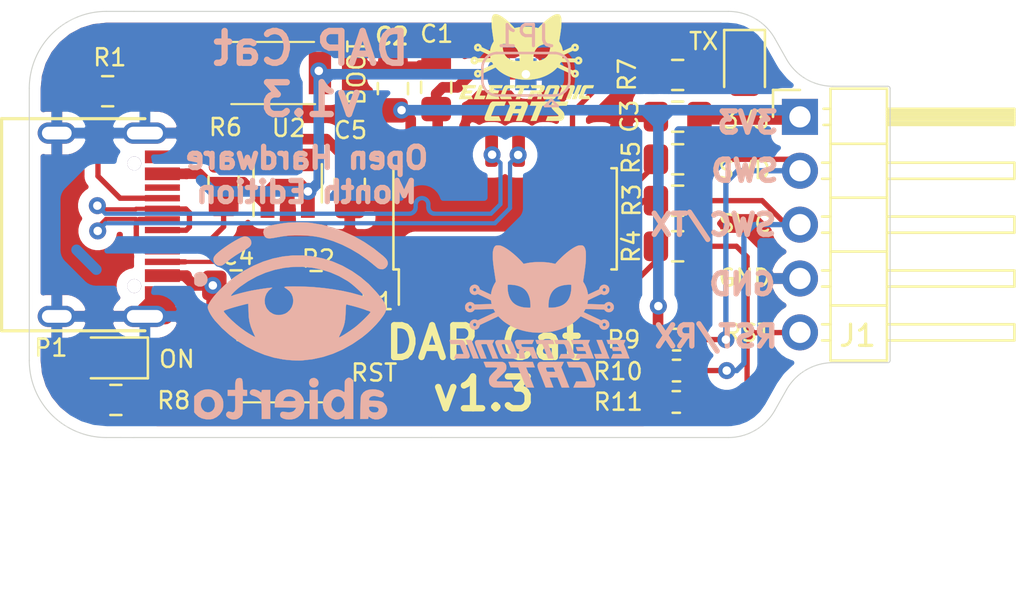
<source format=kicad_pcb>
(kicad_pcb (version 20211014) (generator pcbnew)
  (title_block (title "CMSIS DAP Cat") (date "2020-08-08") (rev "1.0") (company "Electronic Cats") (comment 1 "Ricardo Mena C rgacort12@gmail.com") (comment 2 "Felipe Islas") (comment 3 "Eduaro Wero") (comment 4 "Andres Sabas"))
  (layers (0 "F.Cu" signal) (31 "B.Cu" signal) (34 "B.Paste" user) (35 "F.Paste" user) (36 "B.SilkS" user "B.Silkscreen") (37 "F.SilkS" user "F.Silkscreen") (38 "B.Mask" user) (39 "F.Mask" user) (44 "Edge.Cuts" user))
  (net 0 "")
  (net 1 "GND")
  (net 2 "+5V")
  (net 3 "+3V3")
  (net 4 "Net-(D1-Pad2)")
  (net 5 "Net-(D2-Pad2)")
  (net 6 "/RESET")
  (net 7 "/SWCLK")
  (net 8 "/SWDIO")
  (net 9 "Net-(P1-PadB5)")
  (net 10 "/D+")
  (net 11 "/D-")
  (net 12 "Net-(P1-PadA5)")
  (net 13 "Net-(R3-Pad2)")
  (net 14 "Net-(R4-Pad2)")
  (net 15 "Net-(R5-Pad2)")
  (net 16 "Net-(R6-Pad2)")
  (net 17 "/LED")
  (net 18 "/RST")
  (net 19 "Net-(U1-Pad11)")
  (net 20 "Net-(U1-Pad9)")
  (net 21 "Net-(U1-Pad5)")
  (net 22 "Net-(U1-Pad4)")
  (net 23 "Net-(U1-Pad3)")
  (net 24 "Net-(U1-Pad2)")
  (net 25 "Net-(U2-Pad4)")
  (net 26 "Net-(C1-Pad1)")
  (footprint "Resistor_SMD:R_0805_2012Metric_Pad1.15x1.40mm_HandSolder" (layer "F.Cu") (at 140.462 70.6882 90)
    (fp_text reference "R6" (at 2.5882 0.088 180) (layer "F.SilkS") (effects (font (size 0.8 0.8) (thickness 0.12))))
    (fp_text value "20K")
    (pad "1" smd roundrect locked (at -1.025 0 90) (size 1.15 1.4) (layers "F.Cu" "F.Paste" "F.Mask") (roundrect_rratio 0.217391) (net 10 "/D+"))
    (pad "2" smd roundrect locked (at 1.025 0 90) (size 1.15 1.4) (layers "F.Cu" "F.Paste" "F.Mask") (roundrect_rratio 0.217391) (net 16 "Net-(R6-Pad2)"))
  )
  (footprint "Resistor_SMD:R_0805_2012Metric_Pad1.15x1.40mm_HandSolder" (layer "F.Cu") (at 161.85 73.7108 180)
    (fp_text reference "R4" (at 2.19 -0.0092 90) (layer "F.SilkS") (effects (font (size 0.8 0.8) (thickness 0.12))))
    (fp_text value "150")
    (pad "1" smd roundrect locked (at -1.025 0 180) (size 1.15 1.4) (layers "F.Cu" "F.Paste" "F.Mask") (roundrect_rratio 0.217391) (net 6 "/RESET"))
    (pad "2" smd roundrect locked (at 1.025 0 180) (size 1.15 1.4) (layers "F.Cu" "F.Paste" "F.Mask") (roundrect_rratio 0.217391) (net 14 "Net-(R4-Pad2)"))
  )
  (footprint "LED_SMD:LED_0805_2012Metric" (layer "F.Cu") (at 135.20928 78.97368 180)
    (fp_text reference "ON" (at -3.05072 -0.05632) (layer "F.SilkS") (effects (font (size 0.8 0.8) (thickness 0.12))))
    (fp_text value "LED")
    (pad "1" smd roundrect locked (at -0.9375 0 180) (size 0.975 1.4) (layers "F.Cu" "F.Paste" "F.Mask") (net 1 "GND"))
    (pad "2" smd roundrect locked (at 0.9375 0 180) (size 0.975 1.4) (layers "F.Cu" "F.Paste" "F.Mask") (net 5 "Net-(D2-Pad2)"))
  )
  (footprint "Resistor_SMD:R_0805_2012Metric_Pad1.15x1.40mm_HandSolder" (layer "F.Cu") (at 161.85 65.6336 180)
    (fp_text reference "R7" (at 2.38 0.0136 90) (layer "F.SilkS") (effects (font (size 0.8 0.8) (thickness 0.12))))
    (fp_text value "1K")
    (pad "1" smd roundrect locked (at -1.025 0 180) (size 1.15 1.4) (layers "F.Cu" "F.Paste" "F.Mask") (roundrect_rratio 0.217391) (net 4 "Net-(D1-Pad2)"))
    (pad "2" smd roundrect locked (at 1.025 0 180) (size 1.15 1.4) (layers "F.Cu" "F.Paste" "F.Mask") (roundrect_rratio 0.217391) (net 17 "/LED"))
  )
  (footprint "Resistor_SMD:R_0805_2012Metric_Pad1.15x1.40mm_HandSolder" (layer "F.Cu") (at 135.38708 80.95488)
    (fp_text reference "R8" (at 2.72542 0.0254) (layer "F.SilkS") (effects (font (size 0.8 0.8) (thickness 0.12))))
    (fp_text value "1K")
    (pad "1" smd roundrect locked (at -1.025 0) (size 1.15 1.4) (layers "F.Cu" "F.Paste" "F.Mask") (roundrect_rratio 0.217391) (net 5 "Net-(D2-Pad2)"))
    (pad "2" smd roundrect locked (at 1.025 0) (size 1.15 1.4) (layers "F.Cu" "F.Paste" "F.Mask") (roundrect_rratio 0.217391) (net 2 "+5V"))
  )
  (footprint "Resistor_SMD:R_0805_2012Metric_Pad1.15x1.40mm_HandSolder" (layer "F.Cu") (at 135 66.4 180)
    (fp_text reference "R1" (at -0.1 1.59) (layer "F.SilkS") (effects (font (size 0.8 0.8) (thickness 0.12))))
    (fp_text value "5.1K")
    (pad "1" smd roundrect locked (at -1.025 0 180) (size 1.15 1.4) (layers "F.Cu" "F.Paste" "F.Mask") (roundrect_rratio 0.217391) (net 1 "GND"))
    (pad "2" smd roundrect locked (at 1.025 0 180) (size 1.15 1.4) (layers "F.Cu" "F.Paste" "F.Mask") (roundrect_rratio 0.217391) (net 12 "Net-(P1-PadA5)"))
  )
  (footprint "Capacitor_SMD:C_0805_2012Metric_Pad1.15x1.40mm_HandSolder" (layer "F.Cu") (at 146.4056 70.7898 -90)
    (fp_text reference "C5" (at -2.5498 -0.0344 180) (layer "F.SilkS") (effects (font (size 0.8 0.8) (thickness 0.12))))
    (fp_text value "1uF")
    (pad "1" smd roundrect locked (at -1.025 0 270) (size 1.15 1.4) (layers "F.Cu" "F.Paste" "F.Mask") (roundrect_rratio 0.217391) (net 3 "+3V3"))
    (pad "2" smd roundrect locked (at 1.025 0 270) (size 1.15 1.4) (layers "F.Cu" "F.Paste" "F.Mask") (roundrect_rratio 0.217391) (net 1 "GND"))
  )
  (footprint "LED_SMD:LED_0805_2012Metric" (layer "F.Cu") (at 165 65.2 -90)
    (fp_text reference "TX" (at -1.15 1.925 180) (layer "F.SilkS") (effects (font (size 0.8 0.8) (thickness 0.12))))
    (fp_text value "LED")
    (pad "1" smd roundrect locked (at -0.9375 0 270) (size 0.975 1.4) (layers "F.Cu" "F.Paste" "F.Mask") (net 1 "GND"))
    (pad "2" smd roundrect locked (at 0.9375 0 270) (size 0.975 1.4) (layers "F.Cu" "F.Paste" "F.Mask") (net 4 "Net-(D1-Pad2)"))
  )
  (footprint "Resistor_SMD:R_0805_2012Metric_Pad1.15x1.40mm_HandSolder" (layer "F.Cu") (at 161.85 71.56 180)
    (fp_text reference "R3" (at 2.16 0.02 90) (layer "F.SilkS") (effects (font (size 0.8 0.8) (thickness 0.12))))
    (fp_text value "150")
    (pad "1" smd roundrect locked (at -1.025 0 180) (size 1.15 1.4) (layers "F.Cu" "F.Paste" "F.Mask") (roundrect_rratio 0.217391) (net 7 "/SWCLK"))
    (pad "2" smd roundrect locked (at 1.025 0 180) (size 1.15 1.4) (layers "F.Cu" "F.Paste" "F.Mask") (roundrect_rratio 0.217391) (net 13 "Net-(R3-Pad2)"))
  )
  (footprint "Capacitor_SMD:C_0805_2012Metric_Pad1.15x1.40mm_HandSolder" (layer "F.Cu") (at 141.04874 75.55484)
    (fp_text reference "C4" (at 0.07626 -1.37984) (layer "F.SilkS") (effects (font (size 0.8 0.8) (thickness 0.12))))
    (fp_text value "1uF")
    (pad "1" smd roundrect locked (at -1.025 0) (size 1.15 1.4) (layers "F.Cu" "F.Paste" "F.Mask") (roundrect_rratio 0.217391) (net 2 "+5V"))
    (pad "2" smd roundrect locked (at 1.025 0) (size 1.15 1.4) (layers "F.Cu" "F.Paste" "F.Mask") (roundrect_rratio 0.217391) (net 1 "GND"))
  )
  (footprint "Connectors:C393939" (layer "F.Cu") (at 136.7536 72.6948 -90)
    (fp_text reference "P1" (at 5.8039 4.42722 180) (layer "F.SilkS") (effects (font (size 0.8 0.8) (thickness 0.12))))
    (fp_text value "USB_C_Plug_USB2.0")
    (pad "" thru_hole circle locked (at 2.89 0.5 270) (size 0.65 0.65) (drill 0.65) (layers *.Cu *.Mask))
    (pad "" thru_hole circle locked (at -2.89 0.5 270) (size 0.65 0.65) (drill 0.65) (layers *.Cu *.Mask))
    (pad "A1" smd rect locked (at -3.2 -0.825 270) (size 0.6 1.65) (layers "F.Cu" "F.Paste" "F.Mask") (net 1 "GND"))
    (pad "A1" smd rect locked (at 3.2 -0.825 270) (size 0.6 1.65) (layers "F.Cu" "F.Paste" "F.Mask") (net 1 "GND"))
    (pad "A4" smd rect locked (at -2.4 -0.825 270) (size 0.6 1.65) (layers "F.Cu" "F.Paste" "F.Mask") (net 2 "+5V"))
    (pad "A4" smd rect locked (at 2.4 -0.825 270) (size 0.6 1.65) (layers "F.Cu" "F.Paste" "F.Mask") (net 2 "+5V"))
    (pad "A5" smd rect locked (at -1.25 -0.825 270) (size 0.3 1.65) (layers "F.Cu" "F.Paste" "F.Mask") (net 12 "Net-(P1-PadA5)"))
    (pad "A6" smd rect locked (at 0.75 -0.825 270) (size 0.3 1.65) (layers "F.Cu" "F.Paste" "F.Mask") (net 10 "/D+"))
    (pad "A6" smd rect locked (at -0.25 -0.825 270) (size 0.3 1.65) (layers "F.Cu" "F.Paste" "F.Mask") (net 10 "/D+"))
    (pad "A7" smd rect locked (at -0.75 -0.825 270) (size 0.3 1.65) (layers "F.Cu" "F.Paste" "F.Mask") (net 11 "/D-"))
    (pad "A7" smd rect locked (at 0.25 -0.825 270) (size 0.3 1.65) (layers "F.Cu" "F.Paste" "F.Mask") (net 11 "/D-"))
    (pad "A8" smd rect locked (at -1.75 -0.825 270) (size 0.3 1.65) (layers "F.Cu" "F.Paste" "F.Mask"))
    (pad "B5" smd rect locked (at 1.75 -0.825 270) (size 0.3 1.65) (layers "F.Cu" "F.Paste" "F.Mask") (net 9 "Net-(P1-PadB5)"))
    (pad "B8" smd rect locked (at 1.25 -0.825 270) (size 0.3 1.65) (layers "F.Cu" "F.Paste" "F.Mask"))
    (pad "S1" thru_hole oval locked (at 4.32 0 270) (size 1 2.1) (drill oval 0.6 1.7) (layers *.Cu *.Mask) (net 1 "GND"))
    (pad "S1" thru_hole oval locked (at 4.32 4.15 270) (size 1 1.8) (drill oval 0.6 1.4) (layers *.Cu *.Mask) (net 1 "GND"))
    (pad "S1" thru_hole oval locked (at -4.32 0 270) (size 1 2.1) (drill oval 0.6 1.7) (layers *.Cu *.Mask) (net 1 "GND"))
    (pad "S1" thru_hole oval locked (at -4.32 4.15 270) (size 1 1.8) (drill oval 0.6 1.4) (layers *.Cu *.Mask) (net 1 "GND"))
  )
  (footprint "Resistor_SMD:R_0805_2012Metric_Pad1.15x1.40mm_HandSolder" (layer "F.Cu") (at 144.8181 75.58786)
    (fp_text reference "R2" (at 0.1069 -1.28786) (layer "F.SilkS") (effects (font (size 0.8 0.8) (thickness 0.12))))
    (fp_text value "5.1K")
    (pad "1" smd roundrect locked (at -1.025 0) (size 1.15 1.4) (layers "F.Cu" "F.Paste" "F.Mask") (roundrect_rratio 0.217391) (net 1 "GND"))
    (pad "2" smd roundrect locked (at 1.025 0) (size 1.15 1.4) (layers "F.Cu" "F.Paste" "F.Mask") (roundrect_rratio 0.217391) (net 9 "Net-(P1-PadB5)"))
  )
  (footprint "Aesthetics:electronic_cats_logo_4x3" (layer "F.Cu") (at 154.72664 65.28562)
    (fp_text reference "G***" hide)
    (fp_text value "LOGO" hide)
  )
  (footprint "Capacitor_SMD:C_0805_2012Metric_Pad1.15x1.40mm_HandSolder" (layer "F.Cu") (at 150.47468 66.2178 90)
    (fp_text reference "C1" (at 2.5146 0.0254 180) (layer "F.SilkS") (effects (font (size 0.8 0.8) (thickness 0.12))))
    (fp_text value "0.1uF")
    (pad "1" smd roundrect locked (at -1.025 0 90) (size 1.15 1.4) (layers "F.Cu" "F.Paste" "F.Mask") (roundrect_rratio 0.217391) (net 26 "Net-(C1-Pad1)"))
    (pad "2" smd roundrect locked (at 1.025 0 90) (size 1.15 1.4) (layers "F.Cu" "F.Paste" "F.Mask") (roundrect_rratio 0.217391) (net 1 "GND"))
  )
  (footprint "Capacitor_SMD:C_0805_2012Metric_Pad1.15x1.40mm_HandSolder" (layer "F.Cu") (at 148.4376 66.27738 90)
    (fp_text reference "C2" (at 2.4638 -0.0508 180) (layer "F.SilkS") (effects (font (size 0.8 0.8))))
    (fp_text value "0.1uF")
    (pad "1" smd roundrect locked (at -1.025 0 90) (size 1.15 1.4) (layers "F.Cu" "F.Paste" "F.Mask") (roundrect_rratio 0.217391) (net 3 "+3V3"))
    (pad "2" smd roundrect locked (at 1.025 0 90) (size 1.15 1.4) (layers "F.Cu" "F.Paste" "F.Mask") (roundrect_rratio 0.217391) (net 1 "GND"))
  )
  (footprint "Package_SO:SOP-16_4.55x10.3mm_P1.27mm" (layer "F.Cu") (at 153.7208 72.4154 90)
    (fp_text reference "U1" (at -3.89382 -6.04266 180) (layer "F.SilkS") (effects (font (size 0.8 0.8) (thickness 0.12))))
    (fp_text value "CH552G")
    (pad "1" smd roundrect locked (at -3.25 -4.445 90) (size 1.6 0.6) (layers "F.Cu" "F.Paste" "F.Mask") (net 15 "Net-(R5-Pad2)"))
    (pad "2" smd roundrect locked (at -3.25 -3.175 90) (size 1.6 0.6) (layers "F.Cu" "F.Paste" "F.Mask") (net 24 "Net-(U1-Pad2)"))
    (pad "3" smd roundrect locked (at -3.25 -1.905 90) (size 1.6 0.6) (layers "F.Cu" "F.Paste" "F.Mask") (net 23 "Net-(U1-Pad3)"))
    (pad "4" smd roundrect locked (at -3.25 -0.635 90) (size 1.6 0.6) (layers "F.Cu" "F.Paste" "F.Mask") (net 22 "Net-(U1-Pad4)"))
    (pad "5" smd roundrect locked (at -3.25 0.635 90) (size 1.6 0.6) (layers "F.Cu" "F.Paste" "F.Mask") (net 21 "Net-(U1-Pad5)"))
    (pad "6" smd roundrect locked (at -3.25 1.905 90) (size 1.6 0.6) (layers "F.Cu" "F.Paste" "F.Mask") (net 18 "/RST"))
    (pad "7" smd roundrect locked (at -3.25 3.175 90) (size 1.6 0.6) (layers "F.Cu" "F.Paste" "F.Mask") (net 13 "Net-(R3-Pad2)"))
    (pad "8" smd roundrect locked (at -3.25 4.445 90) (size 1.6 0.6) (layers "F.Cu" "F.Paste" "F.Mask") (net 14 "Net-(R4-Pad2)"))
    (pad "9" smd roundrect locked (at 3.25 4.445 90) (size 1.6 0.6) (layers "F.Cu" "F.Paste" "F.Mask") (net 20 "Net-(U1-Pad9)"))
    (pad "10" smd roundrect locked (at 3.25 3.175 90) (size 1.6 0.6) (layers "F.Cu" "F.Paste" "F.Mask") (net 17 "/LED"))
    (pad "11" smd roundrect locked (at 3.25 1.905 90) (size 1.6 0.6) (layers "F.Cu" "F.Paste" "F.Mask") (net 19 "Net-(U1-Pad11)"))
    (pad "12" smd roundrect locked (at 3.25 0.635 90) (size 1.6 0.6) (layers "F.Cu" "F.Paste" "F.Mask") (net 10 "/D+"))
    (pad "13" smd roundrect locked (at 3.25 -0.635 90) (size 1.6 0.6) (layers "F.Cu" "F.Paste" "F.Mask") (net 11 "/D-"))
    (pad "14" smd roundrect locked (at 3.25 -1.905 90) (size 1.6 0.6) (layers "F.Cu" "F.Paste" "F.Mask") (net 1 "GND"))
    (pad "15" smd roundrect locked (at 3.25 -3.175 90) (size 1.6 0.6) (layers "F.Cu" "F.Paste" "F.Mask") (net 26 "Net-(C1-Pad1)"))
    (pad "16" smd roundrect locked (at 3.25 -4.445 90) (size 1.6 0.6) (layers "F.Cu" "F.Paste" "F.Mask") (net 3 "+3V3"))
  )
  (footprint "KiCad:TS1088R02026" (layer "F.Cu") (at 143.10868 79.6036)
    (fp_text reference "RST" (at 4.44132 0.0714) (layer "F.SilkS") (effects (font (size 0.8 0.8) (thickness 0.12))))
    (fp_text value "RST" hide)
    (pad "1" smd rect locked (at -2.225 0) (size 1.05 2) (layers "F.Cu" "F.Paste" "F.Mask") (net 2 "+5V"))
    (pad "2" smd rect locked (at 2.225 0) (size 1.05 2) (layers "F.Cu" "F.Paste" "F.Mask") (net 18 "/RST"))
  )
  (footprint "KiCad:TS1088R02026" (layer "F.Cu") (at 142.7734 65.54216 180)
    (fp_text reference "BOOT" (at -3.9516 0.01716 90) (layer "F.SilkS") (effects (font (size 0.8 0.8) (thickness 0.12))))
    (fp_text value "BOOT" hide)
    (pad "1" smd rect locked (at -2.225 0 180) (size 1.05 2) (layers "F.Cu" "F.Paste" "F.Mask") (net 2 "+5V"))
    (pad "2" smd rect locked (at 2.225 0 180) (size 1.05 2) (layers "F.Cu" "F.Paste" "F.Mask") (net 16 "Net-(R6-Pad2)"))
  )
  (footprint "Resistor_SMD:R_0603_1608Metric_Pad1.05x0.95mm_HandSolder" (layer "F.Cu") (at 161.785 81.05 180)
    (fp_text reference "R11" (at 2.735 0) (layer "F.SilkS") (effects (font (size 0.8 0.8) (thickness 0.12))))
    (fp_text value "70")
    (pad "1" smd roundrect locked (at -0.875 0 180) (size 1.05 0.95) (layers "F.Cu" "F.Paste" "F.Mask") (net 6 "/RESET"))
    (pad "2" smd roundrect locked (at 0.875 0 180) (size 1.05 0.95) (layers "F.Cu" "F.Paste" "F.Mask") (net 3 "+3V3"))
  )
  (footprint "Package_TO_SOT_SMD:SOT-23-5" (layer "F.Cu") (at 143.48 70.74 90)
    (fp_text reference "U2" (at 2.6 0.05 180) (layer "F.SilkS") (effects (font (size 0.8 0.8) (thickness 0.12))))
    (fp_text value "AP2112K-3.3")
    (pad "1" smd rect locked (at -1.1 -0.95 90) (size 1.06 0.65) (layers "F.Cu" "F.Paste" "F.Mask") (net 2 "+5V"))
    (pad "2" smd rect locked (at -1.1 0 90) (size 1.06 0.65) (layers "F.Cu" "F.Paste" "F.Mask") (net 1 "GND"))
    (pad "3" smd rect locked (at -1.1 0.95 90) (size 1.06 0.65) (layers "F.Cu" "F.Paste" "F.Mask") (net 2 "+5V"))
    (pad "4" smd rect locked (at 1.1 0.95 90) (size 1.06 0.65) (layers "F.Cu" "F.Paste" "F.Mask") (net 25 "Net-(U2-Pad4)"))
    (pad "5" smd rect locked (at 1.1 -0.95 90) (size 1.06 0.65) (layers "F.Cu" "F.Paste" "F.Mask") (net 3 "+3V3"))
  )
  (footprint "Capacitor_SMD:C_0805_2012Metric_Pad1.15x1.40mm_HandSolder" (layer "F.Cu") (at 161.85 67.6 180)
    (fp_text reference "C3" (at 2.27 0.02 270) (layer "F.SilkS") (effects (font (size 0.8 0.8) (thickness 0.12))))
    (fp_text value "0.1uF")
    (pad "1" smd roundrect locked (at -1.025 0 180) (size 1.15 1.4) (layers "F.Cu" "F.Paste" "F.Mask") (roundrect_rratio 0.217391) (net 3 "+3V3"))
    (pad "2" smd roundrect locked (at 1.025 0 180) (size 1.15 1.4) (layers "F.Cu" "F.Paste" "F.Mask") (roundrect_rratio 0.217391) (net 1 "GND"))
  )
  (footprint "Resistor_SMD:R_0805_2012Metric_Pad1.15x1.40mm_HandSolder" (layer "F.Cu") (at 161.85 69.61 180)
    (fp_text reference "R5" (at 2.2 0.085 90) (layer "F.SilkS") (effects (font (size 0.8 0.8) (thickness 0.12))))
    (fp_text value "150")
    (pad "1" smd roundrect locked (at -1.025 0 180) (size 1.15 1.4) (layers "F.Cu" "F.Paste" "F.Mask") (roundrect_rratio 0.217391) (net 8 "/SWDIO"))
    (pad "2" smd roundrect locked (at 1.025 0 180) (size 1.15 1.4) (layers "F.Cu" "F.Paste" "F.Mask") (roundrect_rratio 0.217391) (net 15 "Net-(R5-Pad2)"))
  )
  (footprint "Connector_PinHeader_2.54mm:PinHeader_1x05_P2.54mm_Horizontal" (layer "F.Cu") (at 167.61 67.61)
    (fp_text reference "J1" (at 2.715 10.315) (layer "F.SilkS"))
    (fp_text value "DEBUG_OUTPUT")
    (pad "1" thru_hole rect locked (at 0 0) (size 1.7 1.7) (drill 1) (layers *.Cu *.Mask) (net 3 "+3V3"))
    (pad "2" thru_hole oval locked (at 0 2.54) (size 1.7 1.7) (drill 1) (layers *.Cu *.Mask) (net 8 "/SWDIO"))
    (pad "3" thru_hole oval locked (at 0 5.08) (size 1.7 1.7) (drill 1) (layers *.Cu *.Mask) (net 7 "/SWCLK"))
    (pad "4" thru_hole oval locked (at 0 7.62) (size 1.7 1.7) (drill 1) (layers *.Cu *.Mask) (net 1 "GND"))
    (pad "5" thru_hole oval locked (at 0 10.16) (size 1.7 1.7) (drill 1) (layers *.Cu *.Mask) (net 6 "/RESET"))
  )
  (footprint "Resistor_SMD:R_0603_1608Metric_Pad1.05x0.95mm_HandSolder" (layer "F.Cu") (at 161.795 79.57 180)
    (fp_text reference "R10" (at 2.755 -0.04) (layer "F.SilkS") (effects (font (size 0.8 0.8) (thickness 0.12))))
    (fp_text value "70")
    (pad "1" smd roundrect locked (at -0.875 0 180) (size 1.05 0.95) (layers "F.Cu" "F.Paste" "F.Mask") (net 7 "/SWCLK"))
    (pad "2" smd roundrect locked (at 0.875 0 180) (size 1.05 0.95) (layers "F.Cu" "F.Paste" "F.Mask") (net 3 "+3V3"))
  )
  (footprint "Resistor_SMD:R_0603_1608Metric_Pad1.05x0.95mm_HandSolder" (layer "F.Cu") (at 161.8 78.11 180)
    (fp_text reference "R9" (at 2.49 0) (layer "F.SilkS") (effects (font (size 0.8 0.8) (thickness 0.12))))
    (fp_text value "70")
    (pad "1" smd roundrect locked (at -0.875 0 180) (size 1.05 0.95) (layers "F.Cu" "F.Paste" "F.Mask") (net 8 "/SWDIO"))
    (pad "2" smd roundrect locked (at 0.875 0 180) (size 1.05 0.95) (layers "F.Cu" "F.Paste" "F.Mask") (net 3 "+3V3"))
  )
  (footprint "Aesthetics:electronic_cats_logo_8x6" (layer "B.Cu") (at 155.34 77.02 180)
    (fp_text reference "G***" hide)
    (fp_text value "LOGO" hide)
  )
  (footprint "Jumper:SolderJumper-3_P1.3mm_Bridged12_RoundedPad1.0x1.5mm" (layer "B.Cu") (at 154.7 65.6 180)
    (fp_text reference "JP1" (at 0 1.8) (layer "B.SilkS") (effects (justify mirror)))
    (fp_text value "Jumper")
    (fp_poly (pts (xy -0.9 0.3) (xy -0.4 0.3) (xy -0.4 -0.3) (xy -0.9 -0.3)) (layer "B.Cu") (width 0) (fill solid))
    (pad "1" smd custom locked (at -1.3 0 180) (size 1 0.5) (layers "B.Cu" "B.Mask") (net 3 "+3V3") (options (clearance outline) (anchor rect)) (primitives (gr_circle (center 0 -0.25) (end 0.5 -0.25) (width 0) (fill yes)) (gr_circle (center 0 0.25) (end 0.5 0.25) (width 0) (fill yes)) (gr_poly (pts (xy 0.55 0.75) (xy 0 0.75) (xy 0 -0.75) (xy 0.55 -0.75)) (width 0) (fill yes))))
    (pad "2" smd rect locked (at 0 0 180) (size 1 1.5) (layers "B.Cu" "B.Mask") (net 26 "Net-(C1-Pad1)"))
    (pad "3" smd custom locked (at 1.3 0 180) (size 1 0.5) (layers "B.Cu" "B.Mask") (net 2 "+5V") (options (clearance outline) (anchor rect)) (primitives (gr_circle (center 0 -0.25) (end 0.5 -0.25) (width 0) (fill yes)) (gr_circle (center 0 0.25) (end 0.5 0.25) (width 0) (fill yes)) (gr_poly (pts (xy -0.55 0.75) (xy 0 0.75) (xy 0 -0.75) (xy -0.55 -0.75)) (width 0) (fill yes))))
  )
  (footprint "Aesthetics:abierto" (layer "B.Cu") (at 143.65 77.23 180)
    (fp_text reference "G***" hide)
    (fp_text value "LOGO" hide)
  )
  (gr_line (start 150.236401 82.727286) (end 164.236401 82.727286) (layer "Edge.Cuts") (width 0.05))
  (gr_arc (start 171.8564 79.0956) (mid 171.826642 79.167442) (end 171.7548 79.1972) (layer "Edge.Cuts") (width 0.05))
  (gr_line (start 171.7548 79.1972) (end 169.164 79.1972) (layer "Edge.Cuts") (width 0.05))
  (gr_line (start 150.2364 62.6364) (end 164.2364 62.6364) (layer "Edge.Cuts") (width 0.05))
  (gr_line (start 136.2364 62.6364) (end 150.2364 62.6364) (layer "Edge.Cuts") (width 0.05))
  (gr_line (start 136.236401 82.727286) (end 150.236401 82.727286) (layer "Edge.Cuts") (width 0.05))
  (gr_arc (start 134.940041 82.727286) (mid 132.371688 81.663439) (end 131.307841 79.095086) (layer "Edge.Cuts") (width 0.05))
  (gr_arc (start 166.979601 80.466686) (mid 167.900751 79.537618) (end 169.164 79.1972) (layer "Edge.Cuts") (width 0.05))
  (gr_arc (start 164.236401 62.636914) (mid 165.49965 62.977333) (end 166.4208 63.9064) (layer "Edge.Cuts") (width 0.05))
  (gr_line (start 166.9796 80.4672) (end 166.4208 81.4578) (layer "Edge.Cuts") (width 0.05))
  (gr_arc (start 166.4208 81.4578) (mid 165.49965 82.386868) (end 164.236401 82.727286) (layer "Edge.Cuts") (width 0.05))
  (gr_line (start 131.30784 66.2686) (end 131.307841 79.095086) (layer "Edge.Cuts") (width 0.05))
  (gr_line (start 136.23544 82.7278) (end 134.940041 82.727286) (layer "Edge.Cuts") (width 0.05))
  (gr_line (start 171.8564 66.2686) (end 171.8564 79.0956) (layer "Edge.Cuts") (width 0.05))
  (gr_line (start 166.9796 64.897) (end 166.4208 63.9064) (layer "Edge.Cuts") (width 0.05))
  (gr_line (start 136.23544 62.6364) (end 134.94004 62.6364) (layer "Edge.Cuts") (width 0.05))
  (gr_arc (start 169.164 66.167) (mid 167.900751 65.826581) (end 166.979601 64.897514) (layer "Edge.Cuts") (width 0.05))
  (gr_arc (start 171.7548 66.167) (mid 171.826642 66.196758) (end 171.8564 66.2686) (layer "Edge.Cuts") (width 0.05))
  (gr_line (start 171.7548 66.167) (end 169.164 66.167) (layer "Edge.Cuts") (width 0.05))
  (gr_arc (start 131.30784 66.2686) (mid 132.371687 63.700247) (end 134.94004 62.6364) (layer "Edge.Cuts") (width 0.05))
  (gr_text "3V3" (at 165.14 67.88) (layer "B.SilkS") (effects (font (size 1 1) (thickness 0.25)) (justify mirror)))
  (gr_text "RST/RX" (at 163.66 77.96) (layer "B.SilkS") (effects (font (size 1 1) (thickness 0.25)) (justify mirror)))
  (gr_text "DAP Cat\nv1.3" (at 144.58 65.59) (layer "B.SilkS") (effects (font (size 1.5 1.5) (thickness 0.3)) (justify mirror)))
  (gr_text "SWC/TX" (at 163.53 72.7) (layer "B.SilkS") (effects (font (size 1 1) (thickness 0.25)) (justify mirror)))
  (gr_text "GND" (at 164.89 75.5) (layer "B.SilkS") (effects (font (size 1 1) (thickness 0.25)) (justify mirror)))
  (gr_text "Open Hardware\nMonth Edition" (at 144.37 70.35) (layer "B.SilkS") (effects (font (size 1 1) (thickness 0.25)) (justify mirror)))
  (gr_text "SWD" (at 165.01 70.15) (layer "B.SilkS") (effects (font (size 1 1) (thickness 0.25)) (justify mirror)))
  (gr_text "3V3" (at 165.07 67.76) (layer "F.SilkS") (effects (font (size 0.8 0.8) (thickness 0.12))))
  (gr_text "SWD" (at 165 70.12) (layer "F.SilkS") (effects (font (size 0.8 0.8) (thickness 0.12))))
  (gr_text "SWC" (at 165.02 72.64) (layer "F.SilkS") (effects (font (size 0.8 0.8) (thickness 0.12))))
  (gr_text "GND" (at 165 75.2) (layer "F.SilkS") (effects (font (size 0.8 0.8) (thickness 0.12))))
  (gr_text "RST" (at 165.13 77.8) (layer "F.SilkS") (effects (font (size 0.8 0.8) (thickness 0.12))))
  (gr_text "DAP Cat\nv1.3" (at 152.71 79.46) (layer "F.SilkS") (effects (font (size 1.5 1.5) (thickness 0.3))))
  (segment (start 158.85414 70.91586) (end 158.9262 70.91586) (width 0.5) (layer "F.Cu") (net 1))
  (segment (start 158.91581 70.03359) (end 158.91581 70.05899) (width 0.5) (layer "F.Cu") (net 1))
  (segment (start 136.7536 77.0148) (end 138.2883 77.0148) (width 0.2) (layer "F.Cu") (net 1))
  (segment (start 158.85414 70.12066) (end 158.85414 70.88124) (width 0.5) (layer "F.Cu") (net 1))
  (segment (start 158.9262 70.91586) (end 159.49 70.35206) (width 0.5) (layer "F.Cu") (net 1))
  (segment (start 158.91581 68.08419) (end 158.91581 68.45581) (width 0.5) (layer "F.Cu") (net 1))
  (segment (start 139.04976 68.8848) (end 138.8491 68.68414) (width 0.5) (layer "F.Cu") (net 1))
  (segment (start 159.49 70.35206) (end 159.49 68.98) (width 0.5) (layer "F.Cu") (net 1))
  (segment (start 138.3665 76.9366) (end 138.3665 76.83754) (width 0.2) (layer "F.Cu") (net 1))
  (segment (start 158.91581 70.05899) (end 158.85414 70.12066) (width 0.5) (layer "F.Cu") (net 1))
  (segment (start 158.85414 70.91586) (end 157.22 72.55) (width 0.5) (layer "F.Cu") (net 1))
  (segment (start 158.91581 70.03359) (end 158.91581 70.43095) (width 0.5) (layer "F.Cu") (net 1))
  (segment (start 158.91581 70.43095) (end 158.42234 70.92442) (width 0.5) (layer "F.Cu") (net 1))
  (segment (start 143.48714 72.93102) (end 143.332582 72.93102) (width 0.75) (layer "F.Cu") (net 1))
  (segment (start 136.7536 77.0148) (end 137.7041 77.0148) (width 0.75) (layer "F.Cu") (net 1))
  (segment (start 137.7041 77.0148) (end 137.8204 76.8985) (width 0.75) (layer "F.Cu") (net 1))
  (segment (start 137.653601 75.969801) (end 137.503599 75.969801) (width 0.75) (layer "F.Cu") (net 1))
  (segment (start 143.4846 71.839) (end 143.4846 71.98614) (width 0.75) (layer "F.Cu") (net 1))
  (segment (start 159.44 68.98) (end 158.91581 68.45581) (width 0.5) (layer "F.Cu") (net 1))
  (segment (start 136.7536 76.7198) (end 136.7536 77.0148) (width 0.75) (layer "F.Cu") (net 1))
  (segment (start 137.8204 76.1366) (end 137.653601 75.969801) (width 0.75) (layer "F.Cu") (net 1))
  (segment (start 138.3665 76.83754) (end 138.20394 76.67498) (width 0.2) (layer "F.Cu") (net 1))
  (segment (start 158.85414 70.88124) (end 158.85414 70.98792) (width 0.5) (layer "F.Cu") (net 1))
  (segment (start 143.48714 71.98868) (end 143.48714 72.43318) (width 0.75) (layer "F.Cu") (net 1))
  (segment (start 143.332582 72.93102) (end 142.862682 73.40092) (width 0.75) (layer "F.Cu") (net 1))
  (segment (start 158.85414 70.88124) (end 158.85414 70.90586) (width 0.25) (layer "F.Cu") (net 1))
  (segment (start 137.8204 76.8985) (end 137.8204 76.1366) (width 0.75) (layer "F.Cu") (net 1))
  (segment (start 158.85414 70.88124) (end 158.85414 70.91586) (width 0.5) (layer "F.Cu") (net 1))
  (segment (start 159.49 68.98) (end 159.44 68.98) (width 0.5) (layer "F.Cu") (net 1))
  (segment (start 159.4 67.6) (end 158.91581 68.08419) (width 0.5) (layer "F.Cu") (net 1))
  (segment (start 138.8487 69.4948) (end 139.04976 69.29374) (width 0.5) (layer "F.Cu") (net 1))
  (segment (start 137.5786 75.8948) (end 138.0948 75.8948) (width 0.5) (layer "F.Cu") (net 1))
  (segment (start 137.5786 69.4948) (end 138.8487 69.4948) (width 0.5) (layer "F.Cu") (net 1))
  (segment (start 143.48714 72.43318) (end 143.48714 72.781542) (width 0.75) (layer "F.Cu") (net 1))
  (segment (start 139.04976 69.29374) (end 139.04976 68.8848) (width 0.5) (layer "F.Cu") (net 1))
  (segment (start 137.503599 75.969801) (end 136.7536 76.7198) (width 0.75) (layer "F.Cu") (net 1))
  (segment (start 143.48714 72.43318) (end 143.48714 72.93102) (width 0.75) (layer "F.Cu") (net 1))
  (segment (start 159.975 67.6) (end 159.4 67.6) (width 0.5) (layer "F.Cu") (net 1))
  (segment (start 138.2883 77.0148) (end 138.3665 76.9366) (width 0.2) (layer "F.Cu") (net 1))
  (segment (start 143.4846 71.98614) (end 143.48714 71.98868) (width 0.75) (layer "F.Cu") (net 1))
  (segment (start 143.48714 72.781542) (end 143.933798 73.2282) (width 0.75) (layer "F.Cu") (net 1))
  (segment (start 158.91581 68.45581) (end 158.91581 70.03359) (width 0.5) (layer "F.Cu") (net 1))
  (segment (start 157.22 72.55) (end 156.61 72.55) (width 0.5) (layer "F.Cu") (net 1))
  (segment (start 144.4346 71.123998) (end 144.4346 71.839) (width 0.5) (layer "F.Cu") (net 2))
  (segment (start 139.954 75.55484) (end 140.02374 75.55484) (width 0.5) (layer "F.Cu") (net 2))
  (segment (start 139.29868 70.28688) (end 139.7 70.6882) (width 0.5) (layer "F.Cu") (net 2))
  (segment (start 140.88368 79.6036) (end 140.88368 77.95772) (width 0.75) (layer "F.Cu") (net 2))
  (segment (start 144.090242 70.77964) (end 144.4346 71.123998) (width 0.5) (layer "F.Cu") (net 2))
  (segment (start 140.88368 80.48748) (end 140.88368 79.6036) (width 0.75) (layer "F.Cu") (net 2))
  (segment (start 138.721522 70.28688) (end 138.713602 70.2948) (width 0.5) (layer "F.Cu") (net 2))
  (segment (start 138.713602 75.188202) (end 139.08024 75.55484) (width 0.5) (layer "F.Cu") (net 2))
  (segment (start 139.08024 75.55484) (end 139.954 75.55484) (width 0.5) (layer "F.Cu") (net 2))
  (segment (start 136.41208 80.95488) (end 140.41628 80.95488) (width 0.75) (layer "F.Cu") (net 2))
  (segment (start 137.5786 75.0948) (end 138.713602 75.0948) (width 0.5) (layer "F.Cu") (net 2))
  (segment (start 141.79285 71.09725) (end 142.5346 71.839) (width 0.5) (layer "F.Cu") (net 2))
  (segment (start 142.5346 71.839) (end 142.5346 71.123998) (width 0.5) (layer "F.Cu") (net 2))
  (segment (start 142.878958 70.77964) (end 144.090242 70.77964) (width 0.5) (layer "F.Cu") (net 2))
  (segment (start 137.5786 75.0948) (end 138.1052 75.0948) (width 0.5) (layer "F.Cu") (net 2))
  (segment (start 141.819598 71.123998) (end 141.79285 71.09725) (width 0.5) (layer "F.Cu") (net 2))
  (segment (start 142.5346 71.123998) (end 141.819598 71.123998) (width 0.5) (layer "F.Cu") (net 2))
  (segment (start 137.5786 70.2948) (end 138.713602 70.2948) (width 0.5) (layer "F.Cu") (net 2))
  (segment (start 139.7 70.6882) (end 141.3838 70.6882) (width 0.5) (layer "F.Cu") (net 2))
  (segment (start 142.5346 71.123998) (end 142.878958 70.77964) (width 0.5) (layer "F.Cu") (net 2))
  (segment (start 144.4346 71.123998) (end 144.4346 71.123998) (width 0.5) (layer "F.Cu") (net 2))
  (segment (start 140.41628 80.95488) (end 140.88368 80.48748) (width 0.75) (layer "F.Cu") (net 2))
  (segment (start 140.88368 77.95772) (end 140.02374 77.09778) (width 0.75) (layer "F.Cu") (net 2))
  (segment (start 138.713602 75.0948) (end 138.713602 75.188202) (width 0.5) (layer "F.Cu") (net 2))
  (segment (start 141.3838 70.6882) (end 141.79285 71.09725) (width 0.5) (layer "F.Cu") (net 2))
  (segment (start 138.1052 75.0948) (end 138.155199 75.044801) (width 0.5) (layer "F.Cu") (net 2))
  (segment (start 139.29868 70.28688) (end 138.721522 70.28688) (width 0.5) (layer "F.Cu") (net 2))
  (segment (start 140.02374 77.09778) (end 140.02374 75.55484) (width 0.75) (layer "F.Cu") (net 2))
  (via (at 139.954 75.55484) (size 0.8) (drill 0.4) (layers "F.Cu" "B.Cu") (net 2))
  (via (at 144.9451 65.44056) (size 0.8) (drill 0.4) (layers "F.Cu" "B.Cu") (net 2))
  (via (at 144.4346 71.123998) (size 0.8) (drill 0.4) (layers "F.Cu" "B.Cu") (net 2))
  (segment (start 145.5 65.6) (end 144.9451 66.1549) (width 0.5) (layer "B.Cu") (net 2))
  (segment (start 144.9451 70.6882) (end 144.9451 69.6214) (width 0.5) (layer "B.Cu") (net 2))
  (segment (start 144.509302 71.123998) (end 144.9451 70.6882) (width 0.5) (layer "B.Cu") (net 2))
  (segment (start 144.9451 68.82638) (end 144.9451 66.1549) (width 0.5) (layer "B.Cu") (net 2))
  (segment (start 139.942758 71.123998) (end 144.4346 71.123998) (width 0.5) (layer "B.Cu") (net 2))
  (segment (start 144.9451 69.6214) (end 144.9451 68.82638) (width 0.5) (layer "B.Cu") (net 2))
  (segment (start 144.9451 66.1549) (end 144.9451 65.44056) (width 0.5) (layer "B.Cu") (net 2))
  (segment (start 139.40282 70.58406) (end 139.942758 71.123998) (width 0.5) (layer "B.Cu") (net 2))
  (segment (start 145.10454 65.6) (end 144.9451 65.44056) (width 0.5) (layer "B.Cu") (net 2))
  (segment (start 144.4346 71.123998) (end 144.509302 71.123998) (width 0.5) (layer "B.Cu") (net 2))
  (segment (start 153.4 65.6) (end 145.7 65.6) (width 0.5) (layer "B.Cu") (net 2))
  (segment (start 134.466779 74.809799) (end 133.53542 73.87844) (width 0.5) (layer "B.Cu") (net 2))
  (segment (start 145.7 65.6) (end 145.5 65.6) (width 0.5) (layer "B.Cu") (net 2))
  (segment (start 145.7 65.6) (end 145.10454 65.6) (width 0.5) (layer "B.Cu") (net 2))
  (segment (start 146.42476 69.7648) (end 148.6764 69.7648) (width 0.5) (layer "F.Cu") (net 3))
  (segment (start 148.844 67.2936) (end 148.844 67.2936) (width 0.5) (layer "F.Cu") (net 3))
  (segment (start 146.4056 69.7648) (end 146.42476 69.7648) (width 0.5) (layer "F.Cu") (net 3))
  (segment (start 142.5346 69.639) (end 142.5346 69.36236) (width 0.5) (layer "F.Cu") (net 3))
  (segment (start 164.61 67.6) (end 167.6 67.6) (width 0.75) (layer "F.Cu") (net 3))
  (segment (start 149.2758 69.1654) (end 149.2758 67.7254) (width 0.5) (layer "F.Cu") (net 3))
  (segment (start 162.875 67.6) (end 167.6 67.6) (width 0.75) (layer "F.Cu") (net 3))
  (segment (start 145.299799 68.658999) (end 146.4056 69.7648) (width 0.5) (layer "F.Cu") (net 3))
  (segment (start 146.3814 69.789) (end 146.4056 69.7648) (width 0.5) (layer "F.Cu") (net 3))
  (segment (start 160.92 81.04) (end 160.91 81.05) (width 0.5) (layer "F.Cu") (net 3))
  (segment (start 160.92 79.57) (end 160.92 81.04) (width 0.5) (layer "F.Cu") (net 3))
  (segment (start 160.925 78.11) (end 160.925 76.545) (width 0.5) (layer "F.Cu") (net 3))
  (segment (start 148.6764 69.7648) (end 149.2758 69.1654) (width 0.5) (layer "F.Cu") (net 3))
  (segment (start 167.6 67.6) (end 167.61 67.61) (width 0.75) (layer "F.Cu") (net 3))
  (segment (start 160.92 79.57) (end 160.92 78.115) (width 0.5) (layer "F.Cu") (net 3))
  (segment (start 149.2758 67.7254) (end 148.844 67.2936) (width 0.5) (layer "F.Cu") (net 3))
  (segment (start 142.5346 69.36236) (end 143.237961 68.658999) (width 0.5) (layer "F.Cu") (net 3))
  (segment (start 143.237961 68.658999) (end 145.299799 68.658999) (width 0.5) (layer "F.Cu") (net 3))
  (segment (start 164.61 67.6) (end 165.2 67.6) (width 0.75) (layer "F.Cu") (net 3))
  (segment (start 164.61 67.6) (end 162.875 67.6) (width 0.5) (layer "F.Cu") (net 3))
  (segment (start 160.925 76.545) (end 160.94 76.53) (width 0.5) (layer "F.Cu") (net 3))
  (segment (start 160.92 78.115) (end 160.925 78.11) (width 0.5) (layer "F.Cu") (net 3))
  (via (at 148.844 67.2936) (size 0.8) (drill 0.4) (layers "F.Cu" "B.Cu") (net 3))
  (via (at 160.94 76.53) (size 0.8) (drill 0.4) (layers "F.Cu" "B.Cu") (net 3))
  (segment (start 155.5064 67.2936) (end 156.4064 67.2936) (width 0.5) (layer "B.Cu") (net 3))
  (segment (start 161.5064 67.2936) (end 162.7064 67.2936) (width 0.5) (layer "B.Cu") (net 3))
  (segment (start 160.94 67.88) (end 160.87 67.88) (width 0.5) (layer "B.Cu") (net 3))
  (segment (start 156 66.8872) (end 156.4064 67.2936) (width 0.5) (layer "B.Cu") (net 3))
  (segment (start 160.94 67.86) (end 161.5064 67.2936) (width 0.5) (layer "B.Cu") (net 3))
  (segment (start 160.6936 67.2936) (end 160.99 67.29) (width 0.5) (layer "B.Cu") (net 3))
  (segment (start 156 65.6) (end 156 66.8872) (width 0.5) (layer "B.Cu") (net 3))
  (segment (start 148.844 67.2936) (end 155.5064 67.2936) (width 0.5) (layer "B.Cu") (net 3))
  (segment (start 160.94 67.34) (end 160.99 67.29) (width 0.5) (layer "B.Cu") (net 3))
  (segment (start 167.2936 67.2936) (end 167.61 67.61) (width 0.5) (layer "B.Cu") (net 3))
  (segment (start 160.87 67.88) (end 160.28 67.29) (width 0.5) (layer "B.Cu") (net 3))
  (segment (start 155.9128 66.8872) (end 155.5064 67.2936) (width 0.5) (layer "B.Cu") (net 3))
  (segment (start 156 66.8872) (end 155.9128 66.8872) (width 0.5) (layer "B.Cu") (net 3))
  (segment (start 162.7064 67.2936) (end 167.2936 67.2936) (width 0.5) (layer "B.Cu") (net 3))
  (segment (start 156.4064 67.2936) (end 160.1064 67.2936) (width 0.5) (layer "B.Cu") (net 3))
  (segment (start 160.94 76.53) (end 160.94 67.88) (width 0.5) (layer "B.Cu") (net 3))
  (segment (start 160.94 67.88) (end 160.94 67.34) (width 0.5) (layer "B.Cu") (net 3))
  (segment (start 160.1064 67.2936) (end 160.28 67.29) (width 0.5) (layer "B.Cu") (net 3))
  (segment (start 160.94 67.88) (end 160.94 67.86) (width 0.5) (layer "B.Cu") (net 3))
  (segment (start 160.28 67.29) (end 160.6936 67.2936) (width 0.5) (layer "B.Cu") (net 3))
  (segment (start 160.99 67.29) (end 161.5064 67.2936) (width 0.5) (layer "B.Cu") (net 3))
  (segment (start 163.3789 66.1375) (end 162.875 65.6336) (width 0.25) (layer "F.Cu") (net 4))
  (segment (start 165 66.1375) (end 163.3789 66.1375) (width 0.25) (layer "F.Cu") (net 4))
  (segment (start 134.36208 80.95488) (end 134.36208 79.06398) (width 0.25) (layer "F.Cu") (net 5))
  (segment (start 134.36208 79.06398) (end 134.27178 78.97368) (width 0.25) (layer "F.Cu") (net 5))
  (segment (start 165.12 77.64) (end 165.12 77.26) (width 0.25) (layer "F.Cu") (net 6))
  (segment (start 164.35 81.05) (end 165.12 80.28) (width 0.25) (layer "F.Cu") (net 6))
  (segment (start 165.25 77.77) (end 165.44 77.79) (width 0.25) (layer "F.Cu") (net 6))
  (segment (start 165.12 80.28) (end 165.12 78.23) (width 0.25) (layer "F.Cu") (net 6))
  (segment (start 165.12 78.23) (end 165.12 77.64) (width 0.25) (layer "F.Cu") (net 6))
  (segment (start 165.12 77.26) (end 165.12 77.47) (width 0.25) (layer "F.Cu") (net 6))
  (segment (start 165.12 78.23) (end 165.12 78.11) (width 0.25) (layer "F.Cu") (net 6))
  (segment (start 165.12 77.47) (end 165.44 77.79) (width 0.25) (layer "F.Cu") (net 6))
  (segment (start 164.6208 73.7108) (end 162.875 73.7108) (width 0.25) (layer "F.Cu") (net 6))
  (segment (start 165.12 74.21) (end 164.6208 73.7108) (width 0.25) (layer "F.Cu") (net 6))
  (segment (start 165.44 77.79) (end 167.61 77.77) (width 0.25) (layer "F.Cu") (net 6))
  (segment (start 165.12 78.11) (end 165.44 77.79) (width 0.25) (layer "F.Cu") (net 6))
  (segment (start 165.12 77.26) (end 165.12 74.21) (width 0.25) (layer "F.Cu") (net 6))
  (segment (start 165.12 77.64) (end 165.25 77.77) (width 0.25) (layer "F.Cu") (net 6))
  (segment (start 162.66 81.05) (end 164.35 81.05) (width 0.25) (layer "F.Cu") (net 6))
  (segment (start 165.83 71.56) (end 166.96 72.69) (width 0.25) (layer "F.Cu") (net 7))
  (segment (start 166.96 72.69) (end 167.61 72.69) (width 0.25) (layer "F.Cu") (net 7))
  (segment (start 164.16 79.57) (end 162.67 79.57) (width 0.25) (layer "F.Cu") (net 7))
  (segment (start 162.875 71.56) (end 165.83 71.56) (width 0.25) (layer "F.Cu") (net 7))
  (via (at 164.16 79.57) (size 0.8) (drill 0.4) (layers "F.Cu" "B.Cu") (net 7))
  (segment (start 164.97 73.19) (end 164.97 79.23) (width 0.25) (layer "B.Cu") (net 7))
  (segment (start 164.97 79.23) (end 164.63 79.57) (width 0.25) (layer "B.Cu") (net 7))
  (segment (start 165.47 72.69) (end 164.97 73.19) (width 0.25) (layer "B.Cu") (net 7))
  (segment (start 167.61 72.69) (end 165.47 72.69) (width 0.25) (layer "B.Cu") (net 7))
  (segment (start 164.63 79.57) (end 164.16 79.57) (width 0.25) (layer "B.Cu") (net 7))
  (segment (start 162.675 78.11) (end 164.12 78.11) (width 0.25) (layer "F.Cu") (net 8))
  (segment (start 162.875 69.61) (end 167.07 69.61) (width 0.25) (layer "F.Cu") (net 8))
  (segment (start 167.07 69.61) (end 167.61 70.15) (width 0.25) (layer "F.Cu") (net 8))
  (via (at 164.12 78.11) (size 0.8) (drill 0.4) (layers "F.Cu" "B.Cu") (net 8))
  (segment (start 164.12 70.71) (end 164.68 70.15) (width 0.25) (layer "B.Cu") (net 8))
  (segment (start 164.12 78.11) (end 164.12 70.71) (width 0.25) (layer "B.Cu") (net 8))
  (segment (start 164.68 70.15) (end 167.61 70.15) (width 0.25) (layer "B.Cu") (net 8))
  (segment (start 141.01318 76.047114) (end 141.742646 76.77658) (width 0.2) (layer "F.Cu") (net 9))
  (segment (start 140.466534 74.4448) (end 141.01318 74.991446) (width 0.2) (layer "F.Cu") (net 9))
  (segment (start 145.8431 76.30022) (end 145.8431 75.58786) (width 0.2) (layer "F.Cu") (net 9))
  (segment (start 138.6536 74.4448) (end 140.466534 74.4448) (width 0.2) (layer "F.Cu") (net 9))
  (segment (start 145.36674 76.77658) (end 145.8431 76.30022) (width 0.2) (layer "F.Cu") (net 9))
  (segment (start 141.01318 74.991446) (end 141.01318 76.047114) (width 0.2) (layer "F.Cu") (net 9))
  (segment (start 141.742646 76.77658) (end 145.36674 76.77658) (width 0.2) (layer "F.Cu") (net 9))
  (segment (start 137.5786 74.4448) (end 138.6536 74.4448) (width 0.25) (layer "F.Cu") (net 9))
  (segment (start 134.78324 72.8516) (end 134.54888 73.08596) (width 0.2) (layer "F.Cu") (net 10))
  (segment (start 136.3484 72.6) (end 136.3484 72.8516) (width 0.25) (layer "F.Cu") (net 10))
  (segment (start 139.80598 73.4448) (end 140.462 72.78878) (width 0.25) (layer "F.Cu") (net 10))
  (segment (start 136.3484 73.274602) (end 136.518598 73.4448) (width 0.25) (layer "F.Cu") (net 10))
  (segment (start 137.5786 73.4448) (end 139.80598 73.4448) (width 0.25) (layer "F.Cu") (net 10))
  (segment (start 154.33548 69.18572) (end 154.3558 69.1654) (width 0.2) (layer "F.Cu") (net 10))
  (segment (start 136.5036 72.4448) (end 136.3484 72.6) (width 0.25) (layer "F.Cu") (net 10))
  (segment (start 140.462 72.78878) (end 140.462 71.7132) (width 0.25) (layer "F.Cu") (net 10))
  (segment (start 136.3484 72.8516) (end 136.3484 73.274602) (width 0.25) (layer "F.Cu") (net 10))
  (segment (start 134.5311 72.813862) (end 134.925162 72.4198) (width 0.2) (layer "F.Cu") (net 10))
  (segment (start 134.925162 72.4198) (end 136.316099 72.4198) (width 0.2) (layer "F.Cu") (net 10))
  (segment (start 137.5786 72.4448) (end 136.5036 72.4448) (width 0.25) (layer "F.Cu") (net 10))
  (segment (start 134.5311 72.9869) (end 134.5311 72.813862) (width 0.2) (layer "F.Cu") (net 10))
  (segment (start 136.341099 72.4448) (end 137.5786 72.4448) (width 0.2) (layer "F.Cu") (net 10))
  (segment (start 136.518598 73.4448) (end 137.5786 73.4448) (width 0.25) (layer "F.Cu") (net 10))
  (segment (start 136.316099 72.4198) (end 136.341099 72.4448) (width 0.2) (layer "F.Cu") (net 10))
  (via (at 134.5311 72.9869) (size 0.8) (drill 0.4) (layers "F.Cu" "B.Cu") (net 10))
  (via (at 154.33548 69.4055) (size 0.8) (drill 0.4) (layers "F.Cu" "B.Cu") (net 10))
  (segment (start 134.89284 72.62516) (end 134.5311 72.9869) (width 0.2) (layer "B.Cu") (net 10))
  (segment (start 153.95342 71.908832) (end 153.237092 72.62516) (width 0.2) (layer "B.Cu") (net 10))
  (segment (start 153.95342 69.78756) (end 153.95342 71.908832) (width 0.2) (layer "B.Cu") (net 10))
  (segment (start 154.33548 69.4055) (end 153.95342 69.78756) (width 0.2) (layer "B.Cu") (net 10))
  (segment (start 153.237092 72.62516) (end 134.89284 72.62516) (width 0.2) (layer "B.Cu") (net 10))
  (segment (start 138.8516 72.125398) (end 138.681402 71.9552) (width 0.25) (layer "F.Cu") (net 11))
  (segment (start 137.6214 72.9552) (end 138.6964 72.9552) (width 0.25) (layer "F.Cu") (net 11))
  (segment (start 138.681402 71.9552) (end 137.6214 71.9552) (width 0.25) (layer "F.Cu") (net 11))
  (segment (start 138.6964 72.9552) (end 138.8516 72.8) (width 0.25) (layer "F.Cu") (net 11))
  (segment (start 138.8516 72.8) (end 138.8516 72.125398) (width 0.25) (layer "F.Cu") (net 11))
  (segment (start 136.316099 71.9698) (end 134.68748 71.9698) (width 0.2) (layer "F.Cu") (net 11))
  (segment (start 136.341099 71.9448) (end 136.316099 71.9698) (width 0.2) (layer "F.Cu") (net 11))
  (segment (start 153.12644 69.20604) (end 153.0858 69.1654) (width 0.2) (layer "F.Cu") (net 11))
  (segment (start 134.61676 71.9448) (end 134.50316 71.8312) (width 0.2) (layer "F.Cu") (net 11))
  (segment (start 134.68748 71.9698) (end 134.51332 71.79564) (width 0.2) (layer "F.Cu") (net 11))
  (segment (start 137.5786 71.9448) (end 136.341099 71.9448) (width 0.2) (layer "F.Cu") (net 11))
  (via (at 153.10866 69.3928) (size 0.8) (drill 0.4) (layers "F.Cu" "B.Cu") (net 11))
  (via (at 134.51332 71.79564) (size 0.8) (drill 0.4) (layers "F.Cu" "B.Cu") (net 11))
  (segment (start 153.50342 69.78756) (end 153.50342 71.722432) (width 0.2) (layer "B.Cu") (net 11))
  (segment (start 149.273916 72.167638) (end 149.20716 72.17516) (width 0.2) (layer "B.Cu") (net 11))
  (segment (start 149.80716 71.441239) (end 149.740403 71.44876) (width 0.2) (layer "B.Cu") (net 11))
  (segment (start 149.337325 72.14545) (end 149.273916 72.167638) (width 0.2) (layer "B.Cu") (net 11))
  (segment (start 149.441709 72.062206) (end 149.394206 72.109709) (width 0.2) (layer "B.Cu") (net 11))
  (segment (start 149.50716 71.741239) (end 149.50716 71.87516) (width 0.2) (layer "B.Cu") (net 11))
  (segment (start 150.17261 72.062206) (end 150.136869 72.005325) (width 0.2) (layer "B.Cu") (net 11))
  (segment (start 153.050692 72.17516) (end 150.40716 72.17516) (width 0.2) (layer "B.Cu") (net 11))
  (segment (start 149.57261 71.554192) (end 149.536869 71.611073) (width 0.2) (layer "B.Cu") (net 11))
  (segment (start 149.50716 71.87516) (end 149.499638 71.941916) (width 0.2) (layer "B.Cu") (net 11))
  (segment (start 149.20716 72.17516) (end 134.89284 72.17516) (width 0.2) (layer "B.Cu") (net 11))
  (segment (start 150.10716 71.87516) (end 150.10716 71.741239) (width 0.2) (layer "B.Cu") (net 11))
  (segment (start 150.07745 71.611073) (end 150.041709 71.554192) (width 0.2) (layer "B.Cu") (net 11))
  (segment (start 150.40716 72.17516) (end 150.340403 72.167638) (width 0.2) (layer "B.Cu") (net 11))
  (segment (start 149.873916 71.44876) (end 149.80716 71.441239) (width 0.2) (layer "B.Cu") (net 11))
  (segment (start 149.47745 72.005325) (end 149.441709 72.062206) (width 0.2) (layer "B.Cu") (net 11))
  (segment (start 149.394206 72.109709) (end 149.337325 72.14545) (width 0.2) (layer "B.Cu") (net 11))
  (segment (start 149.676994 71.470948) (end 149.620113 71.506689) (width 0.2) (layer "B.Cu") (net 11))
  (segment (start 150.340403 72.167638) (end 150.276994 72.14545) (width 0.2) (layer "B.Cu") (net 11))
  (segment (start 153.10866 69.3928) (end 153.50342 69.78756) (width 0.2) (layer "B.Cu") (net 11))
  (segment (start 150.136869 72.005325) (end 150.114681 71.941916) (width 0.2) (layer "B.Cu") (net 11))
  (segment (start 149.536869 71.611073) (end 149.514681 71.674482) (width 0.2) (layer "B.Cu") (net 11))
  (segment (start 149.499638 71.941916) (end 149.47745 72.005325) (width 0.2) (layer "B.Cu") (net 11))
  (segment (start 149.937325 71.470948) (end 149.873916 71.44876) (width 0.2) (layer "B.Cu") (net 11))
  (segment (start 150.10716 71.741239) (end 150.099638 71.674482) (width 0.2) (layer "B.Cu") (net 11))
  (segment (start 149.740403 71.44876) (end 149.676994 71.470948) (width 0.2) (layer "B.Cu") (net 11))
  (segment (start 149.994206 71.506689) (end 149.937325 71.470948) (width 0.2) (layer "B.Cu") (net 11))
  (segment (start 150.220113 72.109709) (end 150.17261 72.062206) (width 0.2) (layer "B.Cu") (net 11))
  (segment (start 150.041709 71.554192) (end 149.994206 71.506689) (width 0.2) (layer "B.Cu") (net 11))
  (segment (start 150.276994 72.14545) (end 150.220113 72.109709) (width 0.2) (layer "B.Cu") (net 11))
  (segment (start 149.620113 71.506689) (end 149.57261 71.554192) (width 0.2) (layer "B.Cu") (net 11))
  (segment (start 150.114681 71.941916) (end 150.10716 71.87516) (width 0.2) (layer "B.Cu") (net 11))
  (segment (start 134.89284 72.17516) (end 134.51332 71.79564) (width 0.2) (layer "B.Cu") (net 11))
  (segment (start 149.514681 71.674482) (end 149.50716 71.741239) (width 0.2) (layer "B.Cu") (net 11))
  (segment (start 153.50342 71.722432) (end 153.050692 72.17516) (width 0.2) (layer "B.Cu") (net 11))
  (segment (start 150.099638 71.674482) (end 150.07745 71.611073) (width 0.2) (layer "B.Cu") (net 11))
  (segment (start 137.5786 71.4448) (end 135.58488 71.4448) (width 0.25) (layer "F.Cu") (net 12))
  (segment (start 135.58488 71.4448) (end 134.5438 70.40372) (width 0.25) (layer "F.Cu") (net 12))
  (segment (start 134.5438 66.9688) (end 133.975 66.4) (width 0.25) (layer "F.Cu") (net 12))
  (segment (start 134.5438 70.40372) (end 134.5438 66.9688) (width 0.25) (layer "F.Cu") (net 12))
  (segment (start 159.25 74.3) (end 157.45 74.3) (width 0.25) (layer "F.Cu") (net 13))
  (segment (start 159.65 73.9) (end 159.25 74.3) (width 0.25) (layer "F.Cu") (net 13))
  (segment (start 160.25 71.56) (end 159.65 72.16) (width 0.25) (layer "F.Cu") (net 13))
  (segment (start 156.8958 74.8542) (end 156.8958 75.6654) (width 0.25) (layer "F.Cu") (net 13))
  (segment (start 160.25 71.56) (end 160.825 71.56) (width 0.25) (layer "F.Cu") (net 13))
  (segment (start 157.45 74.3) (end 156.8958 74.8542) (width 0.25) (layer "F.Cu") (net 13))
  (segment (start 159.65 72.16) (end 159.65 73.9) (width 0.25) (layer "F.Cu") (net 13))
  (segment (start 159.5704 75.6654) (end 160.825 74.4108) (width 0.25) (layer "F.Cu") (net 14))
  (segment (start 158.1658 75.6654) (end 159.5704 75.6654) (width 0.25) (layer "F.Cu") (net 14))
  (segment (start 160.825 74.4108) (end 160.825 73.7108) (width 0.25) (layer "F.Cu") (net 14))
  (segment (start 158.75 73.65) (end 149.5 73.65) (width 0.25) (layer "F.Cu") (net 15))
  (segment (start 159.152623 73.247377) (end 158.75 73.65) (width 0.25) (layer "F.Cu") (net 15))
  (segment (start 149.2758 73.8742) (end 149.2758 75.6654) (width 0.25) (layer "F.Cu") (net 15))
  (segment (start 149.5 73.65) (end 149.2758 73.8742) (width 0.25) (layer "F.Cu") (net 15))
  (segment (start 160.825 69.830246) (end 160.825 69.61) (width 0.25) (layer "F.Cu") (net 15))
  (segment (start 159.152623 71.502623) (end 159.152623 73.247377) (width 0.25) (layer "F.Cu") (net 15))
  (segment (start 159.152623 71.502623) (end 160.825 69.830246) (width 0.25) (layer "F.Cu") (net 15))
  (segment (start 140.462 65.62856) (end 140.5484 65.54216) (width 0.5) (layer "F.Cu") (net 16))
  (segment (start 140.462 69.6632) (end 140.462 65.62856) (width 0.5) (layer "F.Cu") (net 16))
  (segment (start 158.65856 65.6336) (end 159.8336 65.6336) (width 0.25) (layer "F.Cu") (net 17))
  (segment (start 156.8958 69.1654) (end 156.8958 67.39636) (width 0.25) (layer "F.Cu") (net 17))
  (segment (start 159.8336 65.6336) (end 160.011 65.6336) (width 0.25) (layer "F.Cu") (net 17))
  (segment (start 159.8336 65.6336) (end 160.825 65.6336) (width 0.25) (layer "F.Cu") (net 17))
  (segment (start 156.8958 67.39636) (end 158.65856 65.6336) (width 0.25) (layer "F.Cu") (net 17))
  (segment (start 153.3964 79.6036) (end 155.6258 77.3742) (width 0.5) (layer "F.Cu") (net 18))
  (segment (start 155.6258 75.6654) (end 155.6258 76.4654) (width 0.5) (layer "F.Cu") (net 18))
  (segment (start 145.33368 79.6036) (end 153.3964 79.6036) (width 0.5) (layer "F.Cu") (net 18))
  (segment (start 155.6258 77.3742) (end 155.6258 75.6654) (width 0.5) (layer "F.Cu") (net 18))
  (segment (start 150.5757 67.3907) (end 150.7236 67.2428) (width 0.5) (layer "F.Cu") (net 26))
  (segment (start 150.5458 69.1654) (end 150.5458 67.4206) (width 0.5) (layer "F.Cu") (net 26))
  (segment (start 154.7 65.6) (end 152.1 65.6) (width 0.5) (layer "F.Cu") (net 26))
  (segment (start 150.47468 66.52532) (end 150.47468 67.2428) (width 0.5) (layer "F.Cu") (net 26))
  (segment (start 151.48219 66.21781) (end 150.78219 66.21781) (width 0.5) (layer "F.Cu") (net 26))
  (segment (start 150.78219 66.21781) (end 150.47468 66.52532) (width 0.5) (layer "F.Cu") (net 26))
  (segment (start 150.5458 69.1654) (end 150.5458 69.1654) (width 0.5) (layer "F.Cu") (net 26))
  (segment (start 152.1 65.6) (end 151.48219 66.21781) (width 0.5) (layer "F.Cu") (net 26))
  (segment (start 150.5458 67.4206) (end 150.5757 67.3907) (width 0.5) (layer "F.Cu") (net 26))
  (segment (start 154.7 65.6) (end 154.7 66) (width 0.5) (layer "F.Cu") (net 26))
  (via (at 154.7 65.6) (size 0.8) (drill 0.4) (layers "F.Cu" "B.Cu") (net 26))
  (zone (net 1) (net_name "GND") (layer "F.Cu") (connect_pads (clearance 0.508)) (min_thickness 0.254) (fill yes (thermal_gap 0.508) (thermal_bridge_width 0.508))
    (polygon (pts (xy 171.97 62.13) (xy 171.96 83.82) (xy 131.14 83.8) (xy 131.09 62.1)))
  )
  (zone (net 0) (net_name "") (layers F&B.Cu) (connect_pads (clearance 0)) (min_thickness 0.254)
    (keepout (tracks not_allowed) (vias not_allowed) (pads allowed) (copperpour not_allowed) (footprints allowed))
    (fill (thermal_gap 0.508) (thermal_bridge_width 0.508))
    (polygon (pts (xy 171.8 79.2) (xy 169.2 79.2) (xy 169.2 66.2) (xy 171.8 66.2)))
  )
  (zone (net 1) (net_name "GND") (layer "B.Cu") (connect_pads (clearance 0.508)) (min_thickness 0.254) (fill yes (thermal_gap 0.508) (thermal_bridge_width 0.508))
    (polygon (pts (xy 171.95 83.81) (xy 131.09 83.81) (xy 131.09 62.1) (xy 171.95 62.1)))
  )
)
</source>
